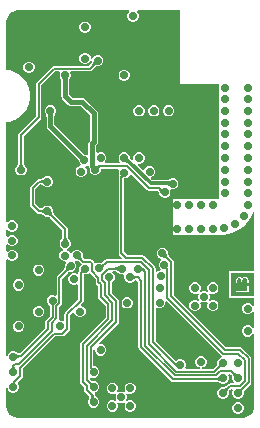
<source format=gbr>
%TF.GenerationSoftware,Altium Limited,Altium Designer,22.11.1 (43)*%
G04 Layer_Physical_Order=3*
G04 Layer_Color=6736896*
%FSLAX45Y45*%
%MOMM*%
%TF.SameCoordinates,9689AE11-03B8-4921-899C-892E986EC91F*%
%TF.FilePolarity,Positive*%
%TF.FileFunction,Copper,L3,Inr,Signal*%
%TF.Part,Single*%
G01*
G75*
%TA.AperFunction,Conductor*%
%ADD10C,0.20000*%
%ADD40C,0.30000*%
%ADD41C,0.40000*%
%TA.AperFunction,ViaPad*%
%ADD44C,0.70000*%
G36*
X799650Y3015002D02*
X795684Y3014932D01*
X791907Y3014641D01*
X788319Y3014129D01*
X784921Y3013397D01*
X781712Y3012444D01*
X778692Y3011269D01*
X775861Y3009874D01*
X773220Y3008258D01*
X770768Y3006420D01*
X768505Y3004363D01*
X754362Y3018505D01*
X756420Y3020768D01*
X758258Y3023220D01*
X759874Y3025861D01*
X761269Y3028692D01*
X762443Y3031712D01*
X763397Y3034921D01*
X764129Y3038320D01*
X764641Y3041907D01*
X764932Y3045684D01*
X765002Y3049650D01*
X799650Y3015002D01*
D02*
G37*
G36*
X548645Y2898964D02*
X547880Y2897604D01*
X547205Y2895927D01*
X546620Y2893931D01*
X546125Y2891618D01*
X545720Y2888986D01*
X545180Y2882768D01*
X545000Y2875277D01*
X505000D01*
X504955Y2879181D01*
X504280Y2888986D01*
X503875Y2891618D01*
X503380Y2893931D01*
X502795Y2895927D01*
X502120Y2897604D01*
X501355Y2898964D01*
X500500Y2900005D01*
X549500D01*
X548645Y2898964D01*
D02*
G37*
G36*
X423645Y2598964D02*
X422880Y2597604D01*
X422205Y2595927D01*
X421620Y2593931D01*
X421125Y2591618D01*
X420720Y2588986D01*
X420180Y2582768D01*
X420000Y2575277D01*
X380000D01*
X379955Y2579182D01*
X379280Y2588986D01*
X378875Y2591618D01*
X378380Y2593931D01*
X377795Y2595927D01*
X377120Y2597604D01*
X376355Y2598964D01*
X375500Y2600005D01*
X424500D01*
X423645Y2598964D01*
D02*
G37*
G36*
X669466Y2252662D02*
X676875Y2246207D01*
X679023Y2244633D01*
X681009Y2243346D01*
X682834Y2242349D01*
X684497Y2241640D01*
X685999Y2241220D01*
X687340Y2241088D01*
X652692Y2206440D01*
X652560Y2207781D01*
X652140Y2209283D01*
X651431Y2210946D01*
X650434Y2212771D01*
X649148Y2214757D01*
X647573Y2216905D01*
X643558Y2221683D01*
X638389Y2227107D01*
X666673Y2255391D01*
X669466Y2252662D01*
D02*
G37*
G36*
X1073180Y2206007D02*
X1051967Y2184794D01*
X1041800Y2194295D01*
X1059453Y2218837D01*
X1073180Y2206007D01*
D02*
G37*
G36*
X822344Y2150629D02*
X820317Y2148542D01*
X816973Y2144712D01*
X815656Y2142971D01*
X814576Y2141344D01*
X813732Y2139833D01*
X813125Y2138436D01*
X812754Y2137155D01*
X812620Y2135990D01*
X812722Y2134939D01*
X794607Y2158445D01*
X795606Y2158063D01*
X796685Y2157906D01*
X797844Y2157975D01*
X799083Y2158270D01*
X800403Y2158790D01*
X801802Y2159535D01*
X803282Y2160506D01*
X804842Y2161702D01*
X806482Y2163124D01*
X808202Y2164771D01*
X822344Y2150629D01*
D02*
G37*
G36*
X160145Y2176486D02*
X160580Y2173453D01*
X161305Y2170442D01*
X162320Y2167454D01*
X163625Y2164488D01*
X165220Y2161545D01*
X167105Y2158624D01*
X169280Y2155725D01*
X171745Y2152849D01*
X174500Y2149995D01*
X125500D01*
X128255Y2152849D01*
X130720Y2155725D01*
X132895Y2158624D01*
X134780Y2161545D01*
X136375Y2164488D01*
X137680Y2167454D01*
X138695Y2170442D01*
X139420Y2173453D01*
X139855Y2176486D01*
X140000Y2179541D01*
X160000D01*
X160145Y2176486D01*
D02*
G37*
G36*
X1017379Y2065840D02*
X1017176Y2065766D01*
X1016788Y2065494D01*
X1016217Y2065026D01*
X1013401Y2062434D01*
X1007071Y2056213D01*
X992929Y2070355D01*
X994083Y2071528D01*
X997300Y2075207D01*
X997754Y2075873D01*
X998069Y2076437D01*
X998243Y2076900D01*
X998278Y2077261D01*
X998173Y2077521D01*
X1017379Y2065840D01*
D02*
G37*
G36*
X350005Y2000500D02*
X347151Y2003255D01*
X344275Y2005720D01*
X341377Y2007895D01*
X338456Y2009780D01*
X335512Y2011375D01*
X332546Y2012680D01*
X329558Y2013695D01*
X326547Y2014420D01*
X323514Y2014855D01*
X320459Y2015000D01*
Y2035000D01*
X323514Y2035145D01*
X326547Y2035580D01*
X329558Y2036305D01*
X332546Y2037320D01*
X335512Y2038625D01*
X338456Y2040220D01*
X341377Y2042105D01*
X344275Y2044280D01*
X347151Y2046745D01*
X350005Y2049500D01*
Y2000500D01*
D02*
G37*
G36*
X1408205Y1985507D02*
X1406429Y1987470D01*
X1404453Y1989227D01*
X1402275Y1990777D01*
X1399897Y1992120D01*
X1397318Y1993256D01*
X1394538Y1994186D01*
X1391557Y1994910D01*
X1388375Y1995426D01*
X1384993Y1995736D01*
X1381409Y1995840D01*
X1384553Y2025839D01*
X1388121Y2025924D01*
X1394762Y2026600D01*
X1397835Y2027192D01*
X1400744Y2027952D01*
X1403487Y2028882D01*
X1406066Y2029980D01*
X1408480Y2031248D01*
X1410729Y2032685D01*
X1412813Y2034290D01*
X1408205Y1985507D01*
D02*
G37*
G36*
X1061949Y3474511D02*
X1067210Y3461811D01*
X1059562Y3454164D01*
X1052300Y3436632D01*
Y3417656D01*
X1059562Y3400124D01*
X1072980Y3386706D01*
X1090512Y3379444D01*
X1109488D01*
X1127020Y3386706D01*
X1140438Y3400124D01*
X1147700Y3417656D01*
Y3436632D01*
X1140438Y3454164D01*
X1132790Y3461811D01*
X1138051Y3474511D01*
X1500000D01*
Y2850000D01*
X1812316D01*
X1825000Y2849962D01*
Y1875000D01*
X1575038D01*
X1575000Y1874962D01*
X1435038D01*
Y1574924D01*
X1848037D01*
X1866196Y1574923D01*
X1902201Y1579662D01*
X1937281Y1589061D01*
X1970833Y1602958D01*
X2002284Y1621116D01*
X2031096Y1643224D01*
X2056775Y1668903D01*
X2078883Y1697715D01*
X2097041Y1729166D01*
X2110938Y1762718D01*
X2111812Y1765979D01*
X2124512Y1764307D01*
Y1267700D01*
X1912301D01*
Y1042300D01*
X2124512D01*
Y976230D01*
X2111812Y973704D01*
X2110438Y977020D01*
X2097020Y990438D01*
X2079488Y997700D01*
X2060512D01*
X2042980Y990438D01*
X2029562Y977020D01*
X2022300Y959488D01*
Y940512D01*
X2029562Y922980D01*
X2042980Y909562D01*
X2060512Y902300D01*
X2079488D01*
X2097020Y909562D01*
X2110438Y922980D01*
X2111812Y926296D01*
X2124512Y923770D01*
Y786230D01*
X2111812Y783704D01*
X2110438Y787020D01*
X2097020Y800438D01*
X2079488Y807700D01*
X2060512D01*
X2042980Y800438D01*
X2029562Y787020D01*
X2022300Y769488D01*
Y750512D01*
X2029562Y732980D01*
X2042980Y719562D01*
X2060512Y712300D01*
X2079488D01*
X2097020Y719562D01*
X2110438Y732980D01*
X2111812Y736296D01*
X2124512Y733770D01*
Y125000D01*
Y115200D01*
X2120687Y95973D01*
X2113186Y77864D01*
X2102295Y61564D01*
X2088435Y47704D01*
X2072136Y36814D01*
X2054027Y29313D01*
X2034801Y25488D01*
X2025000D01*
X125000Y25488D01*
X115199D01*
X95973Y29312D01*
X77863Y36814D01*
X61564Y47705D01*
X47704Y61565D01*
X36814Y77863D01*
X29312Y95974D01*
X25488Y115199D01*
X25488Y124999D01*
Y274867D01*
X37300Y277012D01*
X44562Y259480D01*
X57980Y246062D01*
X75512Y238800D01*
X94488D01*
X112020Y246062D01*
X125438Y259480D01*
X132700Y277012D01*
Y295988D01*
X125438Y313520D01*
X124793Y314165D01*
X124788Y332056D01*
X159066Y366334D01*
X164083Y373843D01*
X165845Y382700D01*
Y439026D01*
X440830Y714011D01*
X498757D01*
X507614Y715773D01*
X515122Y720790D01*
X557409Y763077D01*
X562426Y770585D01*
X564188Y779443D01*
Y892344D01*
X590567Y918723D01*
X603183Y913379D01*
X609562Y897980D01*
X622980Y884562D01*
X640512Y877300D01*
X659488D01*
X677020Y884562D01*
X690438Y897980D01*
X697700Y915512D01*
Y934488D01*
X690438Y952020D01*
X677020Y965438D01*
X661621Y971816D01*
X656277Y984433D01*
X674065Y1002221D01*
X679082Y1009730D01*
X680844Y1018587D01*
Y1227247D01*
X680998Y1228229D01*
X685328Y1239706D01*
X685941Y1240001D01*
X701176D01*
X718708Y1247262D01*
X722260Y1250815D01*
X733234Y1249734D01*
X782108Y1200860D01*
Y1176608D01*
X783870Y1167751D01*
X788887Y1160243D01*
X804155Y1144974D01*
Y1048611D01*
X805917Y1039754D01*
X810934Y1032245D01*
X866855Y976324D01*
Y874858D01*
X658234Y666237D01*
X653217Y658728D01*
X651455Y649871D01*
Y325400D01*
X653217Y316543D01*
X658234Y309035D01*
X684155Y283114D01*
Y262600D01*
X685917Y253743D01*
X690934Y246234D01*
X731384Y205785D01*
X731039Y203872D01*
X729608Y198651D01*
X728797Y196392D01*
X724375Y186779D01*
X722555Y183469D01*
X722285Y181021D01*
X717300Y168988D01*
Y150012D01*
X724562Y132480D01*
X737980Y119062D01*
X755512Y111800D01*
X774488D01*
X792020Y119062D01*
X805438Y132480D01*
X812700Y150012D01*
Y168988D01*
X805438Y186520D01*
X792020Y199938D01*
X789587Y200945D01*
X788755Y202059D01*
X786142Y203611D01*
X784341Y204890D01*
X782902Y206126D01*
X781785Y207300D01*
X780939Y208412D01*
X780307Y209484D01*
X779838Y210559D01*
X779499Y211702D01*
X779280Y212992D01*
X779159Y215211D01*
X778575Y216431D01*
X778777Y217767D01*
X777605Y219358D01*
X776816Y223324D01*
X774858Y226253D01*
X774790Y228585D01*
X777980Y238787D01*
X779652Y240939D01*
X792020Y246062D01*
X805438Y259480D01*
X812700Y277012D01*
Y295988D01*
X805438Y313520D01*
X792020Y326938D01*
X774488Y334200D01*
X755512D01*
X751637Y332595D01*
X731875Y352357D01*
X732954Y364520D01*
X743671Y370705D01*
X755512Y365800D01*
X774488D01*
X792020Y373062D01*
X805438Y386480D01*
X812700Y404012D01*
Y422988D01*
X805438Y440520D01*
X792020Y453938D01*
X774488Y461200D01*
X763145D01*
Y603530D01*
X764600Y604321D01*
X777300Y596768D01*
Y590512D01*
X784562Y572980D01*
X797980Y559562D01*
X815512Y552300D01*
X834488D01*
X852020Y559562D01*
X865438Y572980D01*
X872700Y590512D01*
Y609488D01*
X865438Y627020D01*
X852020Y640438D01*
X834488Y647700D01*
X815610D01*
X815322Y647992D01*
X808486Y658536D01*
X971766Y821816D01*
X976783Y829325D01*
X978545Y838182D01*
Y1013000D01*
X976783Y1021857D01*
X971766Y1029365D01*
X918798Y1082333D01*
Y1172010D01*
X922673Y1173615D01*
X936091Y1187033D01*
X943353Y1204565D01*
Y1223541D01*
X936091Y1241073D01*
X923553Y1253610D01*
X923961Y1257763D01*
X927325Y1266310D01*
X946262D01*
X947507Y1265724D01*
X949910Y1265610D01*
X951657Y1265360D01*
X953429Y1264933D01*
X955258Y1264311D01*
X957160Y1263475D01*
X959144Y1262400D01*
X961213Y1261064D01*
X963368Y1259447D01*
X965595Y1257539D01*
X968157Y1255066D01*
X970590Y1254107D01*
X975680Y1249017D01*
X993212Y1241755D01*
X1012188D01*
X1017249Y1243851D01*
X1026969Y1234131D01*
X1023726Y1226302D01*
Y1207326D01*
X1030988Y1189794D01*
X1044407Y1176376D01*
X1061938Y1169114D01*
X1080915D01*
X1098446Y1176376D01*
X1103537Y1181467D01*
X1105969Y1182425D01*
X1108529Y1184896D01*
X1110757Y1186806D01*
X1112913Y1188423D01*
X1114982Y1189758D01*
X1116966Y1190834D01*
X1118868Y1191671D01*
X1120698Y1192292D01*
X1122469Y1192719D01*
X1124216Y1192969D01*
X1126619Y1193083D01*
X1127864Y1193669D01*
X1128624D01*
X1145230Y1177064D01*
Y622892D01*
X1146992Y614035D01*
X1152009Y606526D01*
X1423001Y335534D01*
X1430510Y330517D01*
X1439367Y328755D01*
X1811166D01*
X1812462Y328163D01*
X1814703Y328081D01*
X1816673Y327877D01*
X1818702Y327543D01*
X1824076Y326215D01*
X1826523Y325433D01*
X1836597Y321370D01*
X1840131Y319688D01*
X1842980Y319541D01*
X1852012Y315800D01*
X1870988D01*
X1888520Y323062D01*
X1901938Y336480D01*
X1909200Y354012D01*
Y372988D01*
X1904295Y384829D01*
X1910480Y395546D01*
X1922643Y396625D01*
X1932227Y387042D01*
X1932693Y385746D01*
X1934310Y383967D01*
X1935368Y382555D01*
X1936321Y380998D01*
X1937174Y379268D01*
X1937927Y377334D01*
X1938570Y375168D01*
X1939089Y372759D01*
X1939469Y370093D01*
X1939694Y367167D01*
X1939757Y363608D01*
X1940800Y361210D01*
Y354012D01*
X1948062Y336480D01*
X1954497Y330045D01*
X1949237Y317345D01*
X1919200D01*
X1910343Y315583D01*
X1902834Y310566D01*
X1885042Y292773D01*
X1883747Y292307D01*
X1881968Y290690D01*
X1880555Y289631D01*
X1878998Y288679D01*
X1877268Y287826D01*
X1875334Y287073D01*
X1873168Y286430D01*
X1870760Y285911D01*
X1868093Y285531D01*
X1865167Y285305D01*
X1861608Y285243D01*
X1859210Y284200D01*
X1852012D01*
X1834480Y276938D01*
X1821062Y263520D01*
X1813800Y245988D01*
Y227012D01*
X1821062Y209480D01*
X1834480Y196062D01*
X1852012Y188800D01*
X1870988D01*
X1888520Y196062D01*
X1901938Y209480D01*
X1909200Y227012D01*
Y234210D01*
X1910243Y236608D01*
X1910306Y240167D01*
X1910531Y243093D01*
X1910911Y245760D01*
X1911430Y248168D01*
X1912073Y250333D01*
X1912825Y252266D01*
X1913679Y253998D01*
X1914631Y255555D01*
X1915690Y256967D01*
X1917307Y258746D01*
X1917773Y260042D01*
X1927357Y269625D01*
X1939520Y268546D01*
X1945705Y257829D01*
X1940800Y245988D01*
Y227012D01*
X1948062Y209480D01*
X1961480Y196062D01*
X1979012Y188800D01*
X1997988D01*
X2015520Y196062D01*
X2028938Y209480D01*
X2036200Y227012D01*
Y245988D01*
X2034842Y249267D01*
X2095265Y309690D01*
X2100282Y317198D01*
X2102044Y326055D01*
Y527944D01*
X2100282Y536802D01*
X2095265Y544310D01*
X2020909Y618666D01*
X2013401Y623683D01*
X2004544Y625445D01*
X1885687D01*
X1446245Y1064886D01*
Y1343288D01*
X1444483Y1352146D01*
X1439466Y1359654D01*
X1404877Y1394243D01*
X1404411Y1395538D01*
X1402793Y1397317D01*
X1401735Y1398729D01*
X1400783Y1400287D01*
X1399930Y1402017D01*
X1399176Y1403954D01*
X1398534Y1406115D01*
X1398014Y1408527D01*
X1397634Y1411192D01*
X1397409Y1414115D01*
X1397347Y1417676D01*
X1396304Y1420074D01*
Y1427273D01*
X1389042Y1444805D01*
X1375624Y1458223D01*
X1358092Y1465485D01*
X1339116D01*
X1321584Y1458223D01*
X1308166Y1444805D01*
X1300904Y1427273D01*
Y1408297D01*
X1308166Y1390765D01*
X1321584Y1377347D01*
X1334759Y1371890D01*
X1336447Y1366182D01*
X1337065Y1358634D01*
X1336999Y1358262D01*
X1324962Y1346225D01*
X1317700Y1328694D01*
Y1309717D01*
X1324962Y1292186D01*
X1332045Y1285103D01*
X1326784Y1272403D01*
X1323212D01*
X1305680Y1265141D01*
X1302319Y1261780D01*
X1289619Y1267041D01*
Y1290970D01*
X1287858Y1299827D01*
X1282840Y1307335D01*
X1193810Y1396366D01*
X1186302Y1401383D01*
X1177445Y1403145D01*
X1052454D01*
X1023145Y1432454D01*
Y2052300D01*
X1034488D01*
X1052020Y2059562D01*
X1065438Y2072980D01*
X1070561Y2085347D01*
X1084433Y2089435D01*
X1217095Y1956774D01*
X1224604Y1951757D01*
X1233461Y1949995D01*
X1306152D01*
X1308435Y1947712D01*
X1308923Y1946387D01*
X1310485Y1944697D01*
X1311697Y1943172D01*
X1312922Y1941394D01*
X1314055Y1939509D01*
X1316618Y1934300D01*
X1317658Y1931734D01*
X1319917Y1924972D01*
X1320946Y1921224D01*
X1322318Y1919459D01*
X1327662Y1906558D01*
X1341080Y1893139D01*
X1358612Y1885878D01*
X1377588D01*
X1395120Y1893139D01*
X1408538Y1906558D01*
X1415800Y1924089D01*
Y1943066D01*
X1412189Y1951783D01*
X1421910Y1961503D01*
X1425905Y1959848D01*
X1444881D01*
X1462413Y1967110D01*
X1475831Y1980528D01*
X1483093Y1998060D01*
Y2017036D01*
X1475831Y2034568D01*
X1462413Y2047986D01*
X1444881Y2055248D01*
X1425905D01*
X1408373Y2047986D01*
X1405990Y2045603D01*
X1404423Y2045180D01*
X1402817Y2043942D01*
X1401572Y2043147D01*
X1400167Y2042409D01*
X1398580Y2041733D01*
X1396794Y2041128D01*
X1394793Y2040605D01*
X1392765Y2040214D01*
X1387261Y2039654D01*
X1384227Y2039582D01*
X1383097Y2039082D01*
X1260775D01*
X1249997Y2049860D01*
X1254044Y2063773D01*
X1266313Y2068855D01*
X1279732Y2082274D01*
X1286994Y2099805D01*
Y2118782D01*
X1279732Y2136313D01*
X1266313Y2149732D01*
X1248782Y2156993D01*
X1229806D01*
X1212274Y2149732D01*
X1198856Y2136313D01*
X1193774Y2124045D01*
X1179860Y2119997D01*
X1133328Y2166529D01*
X1140500Y2177282D01*
X1140518Y2177300D01*
X1159488D01*
X1177020Y2184562D01*
X1190438Y2197980D01*
X1197700Y2215512D01*
Y2234488D01*
X1190438Y2252020D01*
X1177020Y2265438D01*
X1159488Y2272700D01*
X1140512D01*
X1122980Y2265438D01*
X1109562Y2252020D01*
X1102300Y2234488D01*
Y2215518D01*
X1102282Y2215500D01*
X1091529Y2208328D01*
X1084487Y2215371D01*
X1080301Y2218168D01*
X1072700Y2225272D01*
Y2234488D01*
X1065438Y2252020D01*
X1052020Y2265438D01*
X1034488Y2272700D01*
X1015512D01*
X997980Y2265438D01*
X984562Y2252020D01*
X977300Y2234488D01*
Y2215512D01*
X984562Y2197980D01*
X988997Y2193545D01*
X983737Y2180845D01*
X866263D01*
X861003Y2193545D01*
X865438Y2197980D01*
X872700Y2215512D01*
Y2234488D01*
X865438Y2252020D01*
X852020Y2265438D01*
X834488Y2272700D01*
X815512D01*
X801431Y2266868D01*
X788731Y2272783D01*
Y2335870D01*
X791275Y2338413D01*
X798502Y2349230D01*
X801040Y2361989D01*
Y2603043D01*
X798502Y2615802D01*
X791275Y2626618D01*
X694318Y2723575D01*
X683501Y2730803D01*
X670742Y2733340D01*
X588810D01*
X558341Y2763810D01*
Y2874039D01*
X558742Y2874946D01*
X558912Y2882006D01*
X559376Y2887343D01*
X559651Y2889134D01*
X559955Y2890554D01*
X560208Y2891417D01*
X560298Y2891642D01*
X560625Y2892222D01*
X560754Y2893296D01*
X565438Y2897980D01*
X572700Y2915512D01*
Y2934488D01*
X567577Y2946855D01*
X574496Y2959555D01*
X732700D01*
X741557Y2961317D01*
X749066Y2966334D01*
X776458Y2993727D01*
X777753Y2994193D01*
X779532Y2995810D01*
X780945Y2996869D01*
X782502Y2997821D01*
X784232Y2998674D01*
X786166Y2999427D01*
X788331Y3000070D01*
X790740Y3000589D01*
X793407Y3000969D01*
X796333Y3001194D01*
X799892Y3001257D01*
X802289Y3002300D01*
X809488D01*
X827020Y3009562D01*
X840438Y3022980D01*
X847700Y3040512D01*
Y3059488D01*
X840438Y3077020D01*
X827020Y3090438D01*
X809488Y3097700D01*
X790512D01*
X772980Y3090438D01*
X759562Y3077020D01*
X752686Y3060420D01*
X749813Y3059787D01*
X740970Y3060846D01*
X740200Y3070387D01*
Y3076988D01*
X732938Y3094520D01*
X719520Y3107938D01*
X701988Y3115200D01*
X683012D01*
X665481Y3107938D01*
X652062Y3094520D01*
X644800Y3076988D01*
Y3058012D01*
X652062Y3040480D01*
X665481Y3027062D01*
X683012Y3019800D01*
X701988D01*
X719520Y3027062D01*
X732938Y3040480D01*
X735356Y3046317D01*
X750750Y3050295D01*
X751257Y3049892D01*
X751194Y3046333D01*
X750969Y3043407D01*
X750589Y3040740D01*
X750070Y3038332D01*
X749426Y3036167D01*
X748675Y3034234D01*
X747821Y3032502D01*
X746868Y3030945D01*
X745810Y3029532D01*
X744193Y3027753D01*
X743727Y3026458D01*
X723113Y3005845D01*
X432700D01*
X423843Y3004083D01*
X416334Y2999066D01*
X283634Y2866366D01*
X278617Y2858857D01*
X276855Y2850000D01*
Y2577986D01*
X133634Y2434766D01*
X128617Y2427257D01*
X126855Y2418400D01*
Y2181438D01*
X126269Y2180193D01*
X126155Y2177790D01*
X125904Y2176043D01*
X125478Y2174271D01*
X124856Y2172442D01*
X124020Y2170540D01*
X122945Y2168556D01*
X121609Y2166487D01*
X119992Y2164332D01*
X118083Y2162105D01*
X115610Y2159543D01*
X114652Y2157110D01*
X109562Y2152020D01*
X102300Y2134488D01*
Y2115512D01*
X109562Y2097980D01*
X122980Y2084562D01*
X140512Y2077300D01*
X159488D01*
X177020Y2084562D01*
X190438Y2097980D01*
X197700Y2115512D01*
Y2134488D01*
X190438Y2152020D01*
X185348Y2157110D01*
X184390Y2159543D01*
X181918Y2162103D01*
X180009Y2164331D01*
X178391Y2166487D01*
X177056Y2168555D01*
X175981Y2170540D01*
X175143Y2172442D01*
X174522Y2174271D01*
X174095Y2176043D01*
X173845Y2177790D01*
X173731Y2180193D01*
X173145Y2181438D01*
Y2408813D01*
X316366Y2552034D01*
X321383Y2559543D01*
X323145Y2568400D01*
Y2840413D01*
X442287Y2959555D01*
X475504D01*
X482423Y2946855D01*
X477300Y2934488D01*
Y2915512D01*
X484562Y2897980D01*
X489246Y2893296D01*
X489375Y2892222D01*
X489702Y2891642D01*
X489792Y2891417D01*
X490045Y2890555D01*
X490349Y2889134D01*
X490606Y2887465D01*
X491214Y2878628D01*
X491255Y2875119D01*
X491659Y2874172D01*
Y2750000D01*
X494197Y2737241D01*
X501425Y2726425D01*
X551425Y2676425D01*
X562241Y2669197D01*
X575000Y2666659D01*
X656932D01*
X734359Y2589233D01*
Y2375799D01*
X731815Y2373255D01*
X724588Y2362439D01*
X722050Y2349680D01*
Y2255782D01*
X709350Y2248748D01*
X697178Y2253790D01*
X690555D01*
X689704Y2254458D01*
X689062Y2254637D01*
X688838Y2254733D01*
X688052Y2255163D01*
X686828Y2255955D01*
X685469Y2256952D01*
X678790Y2262770D01*
X676281Y2265223D01*
X675325Y2265606D01*
X433341Y2507590D01*
Y2574039D01*
X433742Y2574947D01*
X433912Y2582006D01*
X434376Y2587343D01*
X434651Y2589135D01*
X434955Y2590554D01*
X435208Y2591417D01*
X435298Y2591642D01*
X435625Y2592222D01*
X435754Y2593297D01*
X440438Y2597980D01*
X447700Y2615512D01*
Y2634488D01*
X440438Y2652020D01*
X427020Y2665438D01*
X409488Y2672700D01*
X390512D01*
X372980Y2665438D01*
X359562Y2652020D01*
X352300Y2634488D01*
Y2615512D01*
X359562Y2597980D01*
X364246Y2593297D01*
X364375Y2592222D01*
X364702Y2591642D01*
X364792Y2591417D01*
X365045Y2590555D01*
X365349Y2589134D01*
X365606Y2587465D01*
X366214Y2578629D01*
X366255Y2575119D01*
X366659Y2574172D01*
Y2493780D01*
X369197Y2481021D01*
X376425Y2470205D01*
X628080Y2218550D01*
X628438Y2217623D01*
X633311Y2212510D01*
X636757Y2208409D01*
X637825Y2206951D01*
X638617Y2205728D01*
X639048Y2204941D01*
X639143Y2204718D01*
X639322Y2204076D01*
X639990Y2203225D01*
Y2196602D01*
X647252Y2179070D01*
X655922Y2170400D01*
X650662Y2157700D01*
X650512D01*
X632980Y2150438D01*
X619562Y2137020D01*
X612300Y2119488D01*
Y2100512D01*
X619562Y2082980D01*
X632980Y2069562D01*
X650512Y2062300D01*
X669488D01*
X687020Y2069562D01*
X700438Y2082980D01*
X707700Y2100512D01*
Y2119488D01*
X700438Y2137020D01*
X691768Y2145690D01*
X697029Y2158390D01*
X697178D01*
X709350Y2163432D01*
X716354Y2160782D01*
X721621Y2157296D01*
X722534Y2156193D01*
X724588Y2145868D01*
X730857Y2136486D01*
Y2117854D01*
X738119Y2100322D01*
X751537Y2086904D01*
X769069Y2079642D01*
X788045D01*
X805576Y2086904D01*
X818995Y2100322D01*
X826257Y2117854D01*
Y2133002D01*
X826355Y2133173D01*
X838365Y2134556D01*
X975504D01*
X982423Y2121855D01*
X977300Y2109488D01*
Y2090512D01*
X982401Y2078197D01*
X981999Y2077203D01*
X978617Y2072141D01*
X976855Y2063284D01*
Y1422867D01*
X978617Y1414010D01*
X983634Y1406502D01*
X1007958Y1382178D01*
X1003098Y1370445D01*
X878130D01*
X869273Y1368683D01*
X861764Y1363666D01*
X840101Y1342003D01*
X840061Y1341999D01*
X839902Y1341803D01*
X838658Y1340560D01*
X837377Y1340104D01*
X835550Y1338454D01*
X834288Y1337541D01*
X833068Y1336856D01*
X831840Y1336348D01*
X830543Y1335987D01*
X829112Y1335765D01*
X827484Y1335698D01*
X825617Y1335818D01*
X823482Y1336163D01*
X820564Y1336899D01*
X819203Y1336699D01*
X816788Y1337700D01*
X797812D01*
X785444Y1332577D01*
X783152Y1332777D01*
X773252Y1337787D01*
X771581Y1339535D01*
X770983Y1342542D01*
X765966Y1350051D01*
X754250Y1361766D01*
X746741Y1366784D01*
X737884Y1368545D01*
X689186D01*
X681273Y1376459D01*
X680807Y1377753D01*
X679190Y1379532D01*
X678131Y1380945D01*
X677179Y1382502D01*
X676326Y1384232D01*
X675573Y1386166D01*
X674930Y1388331D01*
X674411Y1390740D01*
X674031Y1393407D01*
X673806Y1396333D01*
X673743Y1399892D01*
X672700Y1402290D01*
Y1409488D01*
X665438Y1427020D01*
X652020Y1440438D01*
X634488Y1447700D01*
X615512D01*
X597980Y1440438D01*
X584562Y1427020D01*
X581270Y1419073D01*
X567524D01*
X564681Y1425937D01*
X551263Y1439355D01*
X543843Y1442429D01*
Y1456175D01*
X552020Y1459562D01*
X565438Y1472980D01*
X572700Y1490512D01*
Y1509488D01*
X565438Y1527020D01*
X560348Y1532110D01*
X559390Y1534543D01*
X556918Y1537103D01*
X555009Y1539331D01*
X553391Y1541487D01*
X552056Y1543555D01*
X550981Y1545540D01*
X550143Y1547442D01*
X549522Y1549271D01*
X549095Y1551043D01*
X548845Y1552790D01*
X548731Y1555193D01*
X548145Y1556438D01*
Y1625000D01*
X546383Y1633857D01*
X541366Y1641366D01*
X431273Y1751458D01*
X430807Y1752753D01*
X429190Y1754532D01*
X428131Y1755945D01*
X427179Y1757502D01*
X426326Y1759232D01*
X425573Y1761166D01*
X424930Y1763331D01*
X424411Y1765740D01*
X424031Y1768407D01*
X423806Y1771333D01*
X423743Y1774892D01*
X422700Y1777290D01*
Y1784488D01*
X415438Y1802020D01*
X402020Y1815438D01*
X384488Y1822700D01*
X365512D01*
X347980Y1815438D01*
X342890Y1810348D01*
X340457Y1809390D01*
X337897Y1806918D01*
X335669Y1805009D01*
X333513Y1803391D01*
X331445Y1802056D01*
X329460Y1800981D01*
X327558Y1800143D01*
X325729Y1799522D01*
X323957Y1799095D01*
X322210Y1798845D01*
X319807Y1798731D01*
X318562Y1798145D01*
X309587D01*
X273145Y1834587D01*
Y1965413D01*
X309587Y2001855D01*
X318562D01*
X319807Y2001269D01*
X322210Y2001155D01*
X323957Y2000905D01*
X325729Y2000478D01*
X327558Y1999856D01*
X329460Y1999020D01*
X331444Y1997945D01*
X333513Y1996609D01*
X335668Y1994992D01*
X337895Y1993083D01*
X340457Y1990610D01*
X342890Y1989652D01*
X347980Y1984562D01*
X365512Y1977300D01*
X384488D01*
X402020Y1984562D01*
X415438Y1997980D01*
X422700Y2015512D01*
Y2034488D01*
X415438Y2052020D01*
X402020Y2065438D01*
X384488Y2072700D01*
X365512D01*
X347980Y2065438D01*
X342890Y2060348D01*
X340457Y2059390D01*
X337897Y2056918D01*
X335669Y2055009D01*
X333513Y2053391D01*
X331445Y2052056D01*
X329460Y2050981D01*
X327558Y2050143D01*
X325729Y2049522D01*
X323957Y2049095D01*
X322210Y2048845D01*
X319807Y2048731D01*
X318562Y2048145D01*
X300000D01*
X291143Y2046383D01*
X283634Y2041366D01*
X233634Y1991366D01*
X228617Y1983857D01*
X226855Y1975000D01*
Y1825000D01*
X228617Y1816143D01*
X233634Y1808634D01*
X283634Y1758634D01*
X291143Y1753617D01*
X300000Y1751855D01*
X318562D01*
X319807Y1751269D01*
X322210Y1751155D01*
X323957Y1750905D01*
X325729Y1750478D01*
X327558Y1749856D01*
X329460Y1749020D01*
X331444Y1747945D01*
X333513Y1746609D01*
X335668Y1744992D01*
X337895Y1743083D01*
X340457Y1740610D01*
X342890Y1739652D01*
X347980Y1734562D01*
X365512Y1727300D01*
X372710D01*
X375108Y1726257D01*
X378667Y1726194D01*
X381593Y1725969D01*
X384260Y1725589D01*
X386668Y1725070D01*
X388833Y1724427D01*
X390766Y1723675D01*
X392498Y1722821D01*
X394055Y1721869D01*
X395468Y1720810D01*
X397247Y1719193D01*
X398542Y1718727D01*
X501855Y1615413D01*
Y1556438D01*
X501269Y1555193D01*
X501155Y1552790D01*
X500905Y1551043D01*
X500478Y1549271D01*
X499856Y1547442D01*
X499020Y1545540D01*
X497945Y1543556D01*
X496609Y1541487D01*
X494992Y1539332D01*
X493083Y1537105D01*
X490610Y1534543D01*
X489652Y1532110D01*
X484562Y1527020D01*
X477300Y1509488D01*
Y1490512D01*
X484562Y1472980D01*
X497980Y1459562D01*
X505400Y1456489D01*
Y1442742D01*
X497223Y1439355D01*
X483805Y1425937D01*
X476543Y1408405D01*
Y1389429D01*
X483805Y1371897D01*
X497223Y1358479D01*
X514755Y1351217D01*
X525799D01*
X531059Y1338517D01*
X529562Y1337020D01*
X522300Y1319488D01*
Y1310773D01*
X521290Y1308223D01*
X521344Y1304729D01*
X521211Y1301887D01*
X520911Y1299306D01*
X520463Y1296978D01*
X519884Y1294890D01*
X519186Y1293022D01*
X518380Y1291346D01*
X517464Y1289827D01*
X516428Y1288437D01*
X514804Y1286648D01*
X514340Y1285356D01*
X458634Y1229650D01*
X453617Y1222141D01*
X451855Y1213284D01*
Y1067447D01*
X439155Y1060338D01*
X427114Y1065326D01*
X408137D01*
X390606Y1058064D01*
X377187Y1044645D01*
X369926Y1027114D01*
Y1008137D01*
X377187Y990606D01*
X390606Y977188D01*
X394481Y975583D01*
Y889647D01*
X361335Y856500D01*
X356317Y848992D01*
X354556Y840135D01*
Y785686D01*
X140413Y571544D01*
X137912D01*
X136636Y572134D01*
X134316Y572229D01*
X132400Y572456D01*
X130315Y572857D01*
X128249Y573399D01*
X122877Y575332D01*
X120440Y576430D01*
X114259Y579735D01*
X111004Y581730D01*
X109555Y581959D01*
X94488Y588200D01*
X75512D01*
X57980Y580938D01*
X44562Y567520D01*
X37300Y549989D01*
X25488Y552134D01*
Y1364225D01*
X38188Y1369354D01*
X47980Y1359562D01*
X65512Y1352300D01*
X84488D01*
X102020Y1359562D01*
X115438Y1372980D01*
X122700Y1390512D01*
Y1409488D01*
X115438Y1427019D01*
X102020Y1440438D01*
X84488Y1447700D01*
X65512D01*
X47980Y1440438D01*
X38188Y1430646D01*
X25488Y1435774D01*
Y1489225D01*
X38188Y1494354D01*
X47980Y1484562D01*
X65512Y1477300D01*
X84488D01*
X102020Y1484562D01*
X115438Y1497980D01*
X122700Y1515512D01*
Y1534488D01*
X115438Y1552020D01*
X102020Y1565438D01*
X84488Y1572700D01*
X65512D01*
X47980Y1565438D01*
X38188Y1555646D01*
X25488Y1560775D01*
Y1614225D01*
X38188Y1619354D01*
X47980Y1609562D01*
X65512Y1602300D01*
X84488D01*
X102020Y1609562D01*
X115438Y1622980D01*
X122700Y1640512D01*
Y1659488D01*
X115438Y1677020D01*
X102020Y1690438D01*
X84488Y1697700D01*
X65512D01*
X47980Y1690438D01*
X38188Y1680646D01*
X25488Y1685775D01*
Y2526146D01*
X63029Y2533613D01*
X65349Y2534574D01*
X67811Y2535064D01*
X104033Y2550067D01*
X106120Y2551462D01*
X108440Y2552423D01*
X141039Y2574205D01*
X142814Y2575980D01*
X144902Y2577375D01*
X172625Y2605098D01*
X174019Y2607185D01*
X175795Y2608960D01*
X197577Y2641560D01*
X198538Y2643879D01*
X199933Y2645967D01*
X214936Y2682189D01*
X215426Y2684651D01*
X216387Y2686970D01*
X224036Y2725424D01*
Y2727935D01*
X224525Y2730397D01*
Y2769603D01*
X224036Y2772065D01*
Y2774576D01*
X216387Y2813029D01*
X215426Y2815349D01*
X214936Y2817811D01*
X199933Y2854033D01*
X198538Y2856121D01*
X197577Y2858440D01*
X175795Y2891039D01*
X174020Y2892814D01*
X172625Y2894902D01*
X144902Y2922625D01*
X142815Y2924019D01*
X141039Y2925795D01*
X108440Y2947577D01*
X106121Y2948538D01*
X104033Y2949933D01*
X67811Y2964936D01*
X65349Y2965426D01*
X63029Y2966387D01*
X25488Y2973854D01*
Y3384801D01*
X29313Y3404027D01*
X36813Y3422136D01*
X47705Y3438436D01*
X61565Y3452296D01*
X77863Y3463186D01*
X95973Y3470687D01*
X115200Y3474512D01*
X125000D01*
X1061949Y3474511D01*
D02*
G37*
G36*
X1331556Y1971693D02*
X1334059Y1969880D01*
X1336691Y1968398D01*
X1339451Y1967247D01*
X1342339Y1966427D01*
X1345356Y1965939D01*
X1348502Y1965781D01*
X1351777Y1965954D01*
X1355180Y1966459D01*
X1358712Y1967295D01*
X1334202Y1924865D01*
X1333074Y1928970D01*
X1330559Y1936499D01*
X1329171Y1939924D01*
X1326134Y1946095D01*
X1324486Y1948840D01*
X1322750Y1951359D01*
X1320928Y1953651D01*
X1319018Y1955717D01*
X1329182Y1973838D01*
X1331556Y1971693D01*
D02*
G37*
G36*
X350005Y1750500D02*
X347151Y1753255D01*
X344275Y1755720D01*
X341377Y1757895D01*
X338456Y1759780D01*
X335512Y1761375D01*
X332546Y1762680D01*
X329558Y1763695D01*
X326547Y1764420D01*
X323514Y1764855D01*
X320459Y1765000D01*
Y1785000D01*
X323514Y1785145D01*
X326547Y1785580D01*
X329558Y1786305D01*
X332546Y1787320D01*
X335512Y1788625D01*
X338456Y1790220D01*
X341377Y1792105D01*
X344275Y1794280D01*
X347151Y1796745D01*
X350005Y1799500D01*
Y1750500D01*
D02*
G37*
G36*
X410068Y1770684D02*
X410359Y1766907D01*
X410871Y1763320D01*
X411603Y1759921D01*
X412556Y1756712D01*
X413731Y1753692D01*
X415126Y1750861D01*
X416742Y1748220D01*
X418580Y1745768D01*
X420637Y1743505D01*
X406495Y1729363D01*
X404232Y1731420D01*
X401780Y1733258D01*
X399139Y1734874D01*
X396308Y1736269D01*
X393288Y1737444D01*
X390079Y1738397D01*
X386680Y1739129D01*
X383093Y1739641D01*
X379316Y1739932D01*
X375350Y1740002D01*
X409998Y1774650D01*
X410068Y1770684D01*
D02*
G37*
G36*
X535145Y1551486D02*
X535580Y1548453D01*
X536305Y1545442D01*
X537320Y1542454D01*
X538625Y1539488D01*
X540220Y1536545D01*
X542105Y1533624D01*
X544280Y1530725D01*
X546745Y1527849D01*
X549500Y1524995D01*
X500500D01*
X503255Y1527849D01*
X505720Y1530725D01*
X507895Y1533624D01*
X509780Y1536545D01*
X511375Y1539488D01*
X512680Y1542454D01*
X513695Y1545442D01*
X514420Y1548453D01*
X514855Y1551486D01*
X515000Y1554541D01*
X535000D01*
X535145Y1551486D01*
D02*
G37*
G36*
X1383672Y1413469D02*
X1383963Y1409692D01*
X1384474Y1406104D01*
X1385207Y1402706D01*
X1386160Y1399497D01*
X1387335Y1396477D01*
X1388730Y1393646D01*
X1390346Y1391005D01*
X1392183Y1388553D01*
X1394241Y1386290D01*
X1380099Y1372148D01*
X1377836Y1374206D01*
X1375384Y1376043D01*
X1372742Y1377659D01*
X1369911Y1379054D01*
X1366892Y1380228D01*
X1363683Y1381182D01*
X1360284Y1381914D01*
X1356697Y1382426D01*
X1352920Y1382717D01*
X1348954Y1382787D01*
X1383602Y1417435D01*
X1383672Y1413469D01*
D02*
G37*
G36*
X660068Y1395684D02*
X660359Y1391907D01*
X660871Y1388320D01*
X661603Y1384921D01*
X662556Y1381712D01*
X663731Y1378692D01*
X665126Y1375861D01*
X666742Y1373220D01*
X668580Y1370768D01*
X670637Y1368505D01*
X656495Y1354363D01*
X654232Y1356420D01*
X651780Y1358258D01*
X649139Y1359874D01*
X646308Y1361269D01*
X643288Y1362444D01*
X640079Y1363397D01*
X636680Y1364129D01*
X633093Y1364641D01*
X629316Y1364932D01*
X625350Y1365002D01*
X659998Y1399650D01*
X660068Y1395684D01*
D02*
G37*
G36*
X856505Y1311533D02*
X854608Y1309483D01*
X852790Y1307205D01*
X851049Y1304699D01*
X849387Y1301964D01*
X847804Y1299002D01*
X844872Y1292393D01*
X843523Y1288747D01*
X841061Y1280770D01*
X817203Y1323570D01*
X820702Y1322688D01*
X824076Y1322142D01*
X827325Y1321934D01*
X830450Y1322062D01*
X833451Y1322527D01*
X836328Y1323329D01*
X839080Y1324467D01*
X841707Y1325942D01*
X844211Y1327754D01*
X846590Y1329902D01*
X856505Y1311533D01*
D02*
G37*
G36*
X1392122Y1296467D02*
X1392157Y1296106D01*
X1392331Y1295643D01*
X1392646Y1295078D01*
X1393100Y1294412D01*
X1393695Y1293645D01*
X1395303Y1291806D01*
X1397471Y1289561D01*
X1383329Y1275419D01*
X1373021Y1285045D01*
X1392228Y1296727D01*
X1392122Y1296467D01*
D02*
G37*
G36*
X1174974Y1292417D02*
X1175254Y1292186D01*
X1175705Y1291982D01*
X1176326Y1291805D01*
X1177118Y1291656D01*
X1178081Y1291533D01*
X1180519Y1291370D01*
X1183640Y1291316D01*
Y1271316D01*
X1169544Y1270834D01*
X1174865Y1292675D01*
X1174974Y1292417D01*
D02*
G37*
G36*
X977705Y1264955D02*
X974851Y1267710D01*
X971975Y1270175D01*
X969077Y1272350D01*
X966156Y1274235D01*
X963212Y1275830D01*
X960246Y1277135D01*
X957258Y1278150D01*
X954247Y1278875D01*
X951214Y1279310D01*
X948159Y1279455D01*
Y1299455D01*
X951214Y1299600D01*
X954247Y1300035D01*
X957258Y1300760D01*
X960246Y1301775D01*
X963212Y1303080D01*
X966156Y1304675D01*
X969077Y1306560D01*
X971975Y1308735D01*
X974851Y1311200D01*
X977705Y1313955D01*
Y1264955D01*
D02*
G37*
G36*
X570863Y1275010D02*
X566861Y1274807D01*
X563054Y1274399D01*
X559443Y1273787D01*
X556027Y1272970D01*
X552806Y1271949D01*
X549781Y1270724D01*
X546951Y1269294D01*
X544317Y1267659D01*
X541879Y1265821D01*
X539635Y1263777D01*
X524981Y1277407D01*
X527053Y1279689D01*
X528888Y1282153D01*
X530486Y1284800D01*
X531846Y1287629D01*
X532970Y1290640D01*
X533857Y1293835D01*
X534507Y1297211D01*
X534920Y1300771D01*
X535096Y1304513D01*
X535035Y1308437D01*
X570863Y1275010D01*
D02*
G37*
G36*
X684571Y1253432D02*
X682840Y1253655D01*
X681054Y1253617D01*
X679213Y1253318D01*
X677316Y1252758D01*
X675364Y1251936D01*
X673356Y1250854D01*
X671293Y1249511D01*
X669174Y1247906D01*
X667000Y1246040D01*
X664770Y1243913D01*
X650628Y1258056D01*
X652594Y1260132D01*
X654296Y1262165D01*
X655735Y1264154D01*
X656909Y1266099D01*
X657819Y1268001D01*
X658465Y1269859D01*
X658848Y1271674D01*
X658966Y1273445D01*
X658820Y1275172D01*
X658411Y1276856D01*
X684571Y1253432D01*
D02*
G37*
G36*
X615512Y1352300D02*
X622710D01*
X625108Y1351257D01*
X628667Y1351194D01*
X631593Y1350969D01*
X634260Y1350589D01*
X636668Y1350070D01*
X638833Y1349427D01*
X640766Y1348675D01*
X642498Y1347821D01*
X644055Y1346869D01*
X645468Y1345810D01*
X647247Y1344193D01*
X648542Y1343727D01*
X663234Y1329035D01*
X663442Y1326913D01*
X651250Y1314720D01*
X643988Y1297189D01*
Y1278212D01*
X644767Y1276332D01*
X644685Y1276099D01*
X645256Y1274910D01*
X645054Y1273606D01*
X645120Y1273335D01*
X645088Y1273242D01*
X644797Y1272635D01*
X644260Y1271745D01*
X643443Y1270615D01*
X642324Y1269279D01*
X640647Y1267508D01*
X639586Y1264735D01*
X636316Y1259842D01*
X634554Y1250985D01*
Y1249497D01*
X621854Y1242578D01*
X609488Y1247700D01*
X590512D01*
X572980Y1240438D01*
X559562Y1227020D01*
X552300Y1209488D01*
Y1190512D01*
X559562Y1172980D01*
X572980Y1159562D01*
X590512Y1152300D01*
X609488D01*
X621854Y1157423D01*
X634554Y1150503D01*
Y1028173D01*
X524678Y918297D01*
X519660Y910788D01*
X517899Y901931D01*
Y846152D01*
X505199Y841192D01*
X489488Y847700D01*
X480329D01*
X477197Y851318D01*
X472254Y860400D01*
X473470Y866515D01*
Y959139D01*
X491691Y977359D01*
X496709Y984868D01*
X498470Y993725D01*
Y1041526D01*
X498145Y1043163D01*
Y1203697D01*
X547594Y1253147D01*
X548893Y1253615D01*
X550666Y1255230D01*
X552094Y1256307D01*
X553689Y1257297D01*
X555472Y1258198D01*
X557471Y1259007D01*
X559707Y1259716D01*
X562193Y1260311D01*
X564937Y1260776D01*
X567945Y1261098D01*
X571560Y1261282D01*
X573704Y1262300D01*
X579488D01*
X597020Y1269562D01*
X610438Y1282980D01*
X617700Y1300512D01*
Y1319488D01*
X610438Y1337020D01*
X604231Y1343226D01*
X611425Y1353993D01*
X615512Y1352300D01*
D02*
G37*
G36*
X1099275Y1238559D02*
X1102151Y1236094D01*
X1105050Y1233919D01*
X1107971Y1232034D01*
X1110914Y1230439D01*
X1113880Y1229134D01*
X1116868Y1228119D01*
X1119879Y1227394D01*
X1122912Y1226959D01*
X1125968Y1226814D01*
Y1206814D01*
X1122912Y1206669D01*
X1119879Y1206234D01*
X1116868Y1205509D01*
X1113880Y1204494D01*
X1110914Y1203189D01*
X1107971Y1201594D01*
X1105050Y1199709D01*
X1102151Y1197534D01*
X1099275Y1195069D01*
X1096421Y1192314D01*
Y1241314D01*
X1099275Y1238559D01*
D02*
G37*
G36*
X1846189Y553234D02*
X1850574Y550304D01*
X1850889Y547654D01*
X1849439Y537488D01*
X1849270Y537064D01*
X1834480Y530938D01*
X1821062Y517520D01*
X1813800Y499988D01*
Y485073D01*
X1813363Y484026D01*
X1813725Y483149D01*
X1813477Y482233D01*
X1813668Y480753D01*
X1813674Y480097D01*
X1813598Y479407D01*
X1813418Y478623D01*
X1813095Y477697D01*
X1812586Y476608D01*
X1811847Y475348D01*
X1810850Y473933D01*
X1809564Y472370D01*
X1807703Y470392D01*
X1807633Y470209D01*
X1777868Y440445D01*
X1686527D01*
X1684489Y452300D01*
X1702020Y459562D01*
X1715438Y472980D01*
X1722700Y490512D01*
Y509488D01*
X1715438Y527020D01*
X1702020Y540438D01*
X1684488Y547700D01*
X1665512D01*
X1647980Y540438D01*
X1634562Y527020D01*
X1627300Y509488D01*
Y490512D01*
X1634562Y472980D01*
X1647980Y459562D01*
X1665512Y452300D01*
X1663473Y440445D01*
X1549496D01*
X1542577Y453145D01*
X1547700Y465512D01*
Y484488D01*
X1540438Y502020D01*
X1527020Y515438D01*
X1509488Y522700D01*
X1490512D01*
X1472980Y515438D01*
X1462196Y504654D01*
X1461838Y504546D01*
X1451493Y511239D01*
X1289619Y673112D01*
Y951329D01*
X1302320Y957764D01*
X1315512Y952300D01*
X1334488D01*
X1352020Y959562D01*
X1365438Y972980D01*
X1372700Y990512D01*
Y1008763D01*
X1374692Y1010540D01*
X1383979Y1015445D01*
X1846189Y553234D01*
D02*
G37*
G36*
X107420Y567803D02*
X114369Y564088D01*
X117719Y562579D01*
X124170Y560257D01*
X127272Y559444D01*
X130290Y558864D01*
X133225Y558515D01*
X136077Y558399D01*
X140937Y538399D01*
X137757Y538238D01*
X134704Y537754D01*
X131779Y536948D01*
X128982Y535819D01*
X126312Y534368D01*
X123770Y532594D01*
X121356Y530498D01*
X119069Y528079D01*
X116911Y525337D01*
X114879Y522273D01*
X103821Y570009D01*
X107420Y567803D01*
D02*
G37*
G36*
X1467402Y462256D02*
X1466807Y463435D01*
X1465991Y464491D01*
X1464955Y465421D01*
X1463699Y466228D01*
X1462223Y466911D01*
X1460527Y467469D01*
X1458610Y467904D01*
X1456473Y468214D01*
X1454116Y468400D01*
X1451538Y468462D01*
Y488462D01*
X1454520Y488517D01*
X1459764Y488953D01*
X1462025Y489334D01*
X1464047Y489825D01*
X1465827Y490424D01*
X1467368Y491132D01*
X1468669Y491950D01*
X1469729Y492876D01*
X1470549Y493911D01*
X1467402Y462256D01*
D02*
G37*
G36*
X1854833Y456141D02*
X1852543Y456447D01*
X1850251Y456479D01*
X1847958Y456235D01*
X1845663Y455717D01*
X1843366Y454923D01*
X1841067Y453855D01*
X1838767Y452511D01*
X1836465Y450892D01*
X1834161Y448998D01*
X1831855Y446829D01*
X1817713Y460971D01*
X1819889Y463283D01*
X1821790Y465593D01*
X1823416Y467900D01*
X1824767Y470206D01*
X1825844Y472509D01*
X1826647Y474810D01*
X1827175Y477110D01*
X1827428Y479406D01*
X1827406Y481701D01*
X1827110Y483994D01*
X1854833Y456141D01*
D02*
G37*
G36*
X95307Y462044D02*
X95590Y459075D01*
X96064Y456303D01*
X96726Y453729D01*
X97577Y451354D01*
X98618Y449176D01*
X99848Y447197D01*
X101267Y445416D01*
X102876Y443832D01*
X104673Y442447D01*
X65679Y442684D01*
X67490Y444045D01*
X69111Y445605D01*
X70541Y447362D01*
X71780Y449318D01*
X72829Y451472D01*
X73687Y453824D01*
X74354Y456373D01*
X74831Y459122D01*
X75117Y462068D01*
X75212Y465212D01*
X95212D01*
X95307Y462044D01*
D02*
G37*
G36*
X757379Y447660D02*
X738172Y435979D01*
X738278Y436239D01*
X738243Y436600D01*
X738069Y437063D01*
X737754Y437627D01*
X737300Y438293D01*
X736705Y439061D01*
X735097Y440900D01*
X732929Y443145D01*
X747071Y457287D01*
X757379Y447660D01*
D02*
G37*
G36*
X1959268Y407079D02*
X1961720Y405242D01*
X1964361Y403626D01*
X1967192Y402231D01*
X1970212Y401056D01*
X1973421Y400103D01*
X1976820Y399371D01*
X1980407Y398859D01*
X1984184Y398568D01*
X1988150Y398498D01*
X1953502Y363850D01*
X1953432Y367816D01*
X1953141Y371593D01*
X1952629Y375180D01*
X1951897Y378579D01*
X1950944Y381788D01*
X1949769Y384808D01*
X1948374Y387639D01*
X1946758Y390280D01*
X1944920Y392732D01*
X1942863Y394995D01*
X1957005Y409137D01*
X1959268Y407079D01*
D02*
G37*
G36*
X1846037Y332101D02*
X1842125Y333963D01*
X1831193Y338372D01*
X1827818Y339450D01*
X1821472Y341018D01*
X1818500Y341508D01*
X1815663Y341802D01*
X1812960Y341900D01*
X1805536Y361900D01*
X1808762Y362064D01*
X1811811Y362557D01*
X1814681Y363379D01*
X1817374Y364529D01*
X1819889Y366008D01*
X1822226Y367815D01*
X1824385Y369951D01*
X1826367Y372416D01*
X1828171Y375209D01*
X1829798Y378331D01*
X1846037Y332101D01*
D02*
G37*
G36*
X101732Y328969D02*
X102425Y319190D01*
X102683Y318022D01*
X102980Y317115D01*
X103316Y316472D01*
X103693Y316090D01*
X78820Y320950D01*
X79370Y321151D01*
X79861Y321547D01*
X80295Y322137D01*
X80671Y322921D01*
X80989Y323900D01*
X81249Y325073D01*
X81451Y326441D01*
X81596Y328004D01*
X81712Y331712D01*
X101712D01*
X101732Y328969D01*
D02*
G37*
G36*
X1907137Y267995D02*
X1905080Y265732D01*
X1903242Y263280D01*
X1901626Y260639D01*
X1900231Y257808D01*
X1899056Y254788D01*
X1898103Y251579D01*
X1897371Y248180D01*
X1896859Y244593D01*
X1896568Y240816D01*
X1896498Y236850D01*
X1861850Y271498D01*
X1865816Y271568D01*
X1869593Y271859D01*
X1873180Y272371D01*
X1876579Y273103D01*
X1879788Y274056D01*
X1882808Y275231D01*
X1885639Y276626D01*
X1888280Y278242D01*
X1890732Y280079D01*
X1892995Y282137D01*
X1907137Y267995D01*
D02*
G37*
G36*
X765596Y211461D02*
X766085Y208585D01*
X766900Y205838D01*
X768041Y203221D01*
X769508Y200734D01*
X771302Y198376D01*
X773421Y196148D01*
X775866Y194049D01*
X778638Y192080D01*
X781735Y190240D01*
X734601Y176846D01*
X736659Y180590D01*
X741533Y191186D01*
X742725Y194506D01*
X744458Y200829D01*
X745000Y203832D01*
X745325Y206729D01*
X745433Y209520D01*
X765433Y214467D01*
X765596Y211461D01*
D02*
G37*
G36*
X2125001Y1055000D02*
X1925001D01*
Y1255000D01*
X2125001D01*
Y1055000D01*
D02*
G37*
%LPC*%
G36*
X701988Y3380200D02*
X683012D01*
X665481Y3372938D01*
X652062Y3359520D01*
X644800Y3341988D01*
Y3323012D01*
X652062Y3305480D01*
X665481Y3292062D01*
X683012Y3284800D01*
X701988D01*
X719520Y3292062D01*
X732938Y3305480D01*
X740200Y3323012D01*
Y3341988D01*
X732938Y3359520D01*
X719520Y3372938D01*
X701988Y3380200D01*
D02*
G37*
G36*
X226988Y3040200D02*
X208012D01*
X190480Y3032938D01*
X177062Y3019520D01*
X169800Y3001988D01*
Y2983012D01*
X177062Y2965480D01*
X190480Y2952062D01*
X208012Y2944800D01*
X226988D01*
X244520Y2952062D01*
X257938Y2965480D01*
X265200Y2983012D01*
Y3001988D01*
X257938Y3019520D01*
X244520Y3032938D01*
X226988Y3040200D01*
D02*
G37*
G36*
X1034488Y2972700D02*
X1015512D01*
X997980Y2965438D01*
X984562Y2952020D01*
X977300Y2934488D01*
Y2915512D01*
X984562Y2897980D01*
X997980Y2884562D01*
X1015512Y2877300D01*
X1034488D01*
X1052020Y2884562D01*
X1065438Y2897980D01*
X1072700Y2915512D01*
Y2934488D01*
X1065438Y2952020D01*
X1052020Y2965438D01*
X1034488Y2972700D01*
D02*
G37*
G36*
X1409488Y2672700D02*
X1390512D01*
X1372980Y2665438D01*
X1359562Y2652020D01*
X1352300Y2634489D01*
Y2615512D01*
X1359562Y2597981D01*
X1372980Y2584562D01*
X1390512Y2577300D01*
X1409488D01*
X1427020Y2584562D01*
X1440438Y2597981D01*
X1447700Y2615512D01*
Y2634489D01*
X1440438Y2652020D01*
X1427020Y2665438D01*
X1409488Y2672700D01*
D02*
G37*
G36*
X1284488Y2672700D02*
X1265512D01*
X1247980Y2665438D01*
X1234562Y2652020D01*
X1227300Y2634488D01*
Y2615512D01*
X1234562Y2597980D01*
X1247980Y2584562D01*
X1265512Y2577300D01*
X1284488D01*
X1302019Y2584562D01*
X1315438Y2597980D01*
X1322700Y2615512D01*
Y2634488D01*
X1315438Y2652020D01*
X1302019Y2665438D01*
X1284488Y2672700D01*
D02*
G37*
G36*
X1159488D02*
X1140512D01*
X1122980Y2665438D01*
X1109562Y2652020D01*
X1102300Y2634488D01*
Y2615512D01*
X1109562Y2597980D01*
X1122980Y2584562D01*
X1140512Y2577300D01*
X1159488D01*
X1177020Y2584562D01*
X1190438Y2597980D01*
X1197700Y2615512D01*
Y2634488D01*
X1190438Y2652020D01*
X1177020Y2665438D01*
X1159488Y2672700D01*
D02*
G37*
G36*
X309488Y1322700D02*
X290512D01*
X272980Y1315438D01*
X259562Y1302020D01*
X252300Y1284488D01*
Y1265512D01*
X259562Y1247980D01*
X272980Y1234562D01*
X290512Y1227300D01*
X309488D01*
X327020Y1234562D01*
X340438Y1247980D01*
X347700Y1265512D01*
Y1284488D01*
X340438Y1302020D01*
X327020Y1315438D01*
X309488Y1322700D01*
D02*
G37*
G36*
X139488Y1197700D02*
X120512D01*
X102980Y1190438D01*
X89562Y1177019D01*
X82300Y1159488D01*
Y1140512D01*
X89562Y1122980D01*
X102980Y1109562D01*
X120512Y1102300D01*
X139488D01*
X157020Y1109562D01*
X170438Y1122980D01*
X177700Y1140512D01*
Y1159488D01*
X170438Y1177019D01*
X157020Y1190438D01*
X139488Y1197700D01*
D02*
G37*
G36*
X1784488Y1172700D02*
X1765512D01*
X1747980Y1165438D01*
X1734562Y1152020D01*
X1727300Y1134488D01*
Y1115512D01*
X1733495Y1100556D01*
X1724444Y1091505D01*
X1709488Y1097700D01*
X1690512D01*
X1675556Y1091505D01*
X1666505Y1100557D01*
X1672700Y1115512D01*
Y1134488D01*
X1665438Y1152020D01*
X1652020Y1165438D01*
X1634488Y1172700D01*
X1615512D01*
X1597980Y1165438D01*
X1584562Y1152020D01*
X1577300Y1134488D01*
Y1115512D01*
X1584562Y1097980D01*
X1597980Y1084562D01*
X1615512Y1077300D01*
X1634488D01*
X1649443Y1083495D01*
X1658495Y1074443D01*
X1652300Y1059488D01*
Y1040512D01*
X1658495Y1025557D01*
X1649443Y1016505D01*
X1634488Y1022700D01*
X1615512D01*
X1597980Y1015438D01*
X1584562Y1002020D01*
X1577300Y984488D01*
Y965512D01*
X1584562Y947980D01*
X1597980Y934562D01*
X1615512Y927300D01*
X1634488D01*
X1652020Y934562D01*
X1665438Y947980D01*
X1672700Y965512D01*
Y984488D01*
X1666505Y999443D01*
X1675557Y1008495D01*
X1690512Y1002300D01*
X1709488D01*
X1724443Y1008495D01*
X1733495Y999444D01*
X1727300Y984488D01*
Y965512D01*
X1734562Y947980D01*
X1747980Y934562D01*
X1765512Y927300D01*
X1784488D01*
X1802020Y934562D01*
X1815438Y947980D01*
X1822700Y965512D01*
Y984488D01*
X1815438Y1002020D01*
X1802020Y1015438D01*
X1784488Y1022700D01*
X1765512D01*
X1750557Y1016505D01*
X1741505Y1025556D01*
X1747700Y1040512D01*
Y1059488D01*
X1741505Y1074444D01*
X1750556Y1083495D01*
X1765512Y1077300D01*
X1784488D01*
X1802020Y1084562D01*
X1815438Y1097980D01*
X1822700Y1115512D01*
Y1134488D01*
X1815438Y1152020D01*
X1802020Y1165438D01*
X1784488Y1172700D01*
D02*
G37*
G36*
X1059943Y1047245D02*
X1040967D01*
X1023435Y1039983D01*
X1010017Y1026564D01*
X1002755Y1009033D01*
Y990056D01*
X1010017Y972525D01*
X1023435Y959107D01*
X1040967Y951845D01*
X1059943D01*
X1077475Y959107D01*
X1090893Y972525D01*
X1098155Y990056D01*
Y1009033D01*
X1090893Y1026564D01*
X1077475Y1039983D01*
X1059943Y1047245D01*
D02*
G37*
G36*
X309488Y972700D02*
X290512D01*
X272980Y965438D01*
X259562Y952020D01*
X252300Y934488D01*
Y915512D01*
X259562Y897980D01*
X272980Y884562D01*
X290512Y877300D01*
X309488D01*
X327020Y884562D01*
X340438Y897980D01*
X347700Y915512D01*
Y934488D01*
X340438Y952020D01*
X327020Y965438D01*
X309488Y972700D01*
D02*
G37*
G36*
X139488Y847700D02*
X120512D01*
X102980Y840438D01*
X89562Y827019D01*
X82300Y809488D01*
Y790511D01*
X89562Y772980D01*
X102980Y759562D01*
X120512Y752300D01*
X139488D01*
X157020Y759562D01*
X170438Y772980D01*
X177700Y790511D01*
Y809488D01*
X170438Y827019D01*
X157020Y840438D01*
X139488Y847700D01*
D02*
G37*
G36*
X1084488Y322700D02*
X1065512D01*
X1047980Y315438D01*
X1034562Y302020D01*
X1027300Y284488D01*
Y265512D01*
X1033495Y250556D01*
X1024444Y241505D01*
X1009488Y247700D01*
X990512D01*
X975557Y241505D01*
X966505Y250557D01*
X972700Y265512D01*
Y284488D01*
X965438Y302020D01*
X952020Y315438D01*
X934488Y322700D01*
X915512D01*
X897980Y315438D01*
X884562Y302020D01*
X877300Y284488D01*
Y265512D01*
X884562Y247980D01*
X897980Y234562D01*
X915512Y227300D01*
X934488D01*
X949444Y233495D01*
X958495Y224444D01*
X952300Y209488D01*
Y190512D01*
X958495Y175557D01*
X949444Y166505D01*
X934488Y172700D01*
X915512D01*
X897980Y165438D01*
X884562Y152020D01*
X877300Y134488D01*
Y115512D01*
X884562Y97980D01*
X897980Y84562D01*
X915512Y77300D01*
X934488D01*
X952020Y84562D01*
X965438Y97980D01*
X972700Y115512D01*
Y134488D01*
X966505Y149443D01*
X975557Y158495D01*
X990512Y152300D01*
X1009488D01*
X1024444Y158495D01*
X1033495Y149444D01*
X1027300Y134488D01*
Y115512D01*
X1034562Y97980D01*
X1047980Y84562D01*
X1065512Y77300D01*
X1084488D01*
X1102020Y84562D01*
X1115438Y97980D01*
X1122700Y115512D01*
Y134488D01*
X1115438Y152020D01*
X1102020Y165438D01*
X1084488Y172700D01*
X1065512D01*
X1050556Y166505D01*
X1041505Y175556D01*
X1047700Y190512D01*
Y209488D01*
X1041505Y224444D01*
X1050556Y233495D01*
X1065512Y227300D01*
X1084488D01*
X1102020Y234562D01*
X1115438Y247980D01*
X1122700Y265512D01*
Y284488D01*
X1115438Y302020D01*
X1102020Y315438D01*
X1084488Y322700D01*
D02*
G37*
G36*
X1997988Y157200D02*
X1979012D01*
X1961480Y149938D01*
X1948062Y136520D01*
X1940800Y118988D01*
Y100012D01*
X1948062Y82480D01*
X1961480Y69062D01*
X1979012Y61800D01*
X1997988D01*
X2015520Y69062D01*
X2028938Y82480D01*
X2036200Y100012D01*
Y118988D01*
X2028938Y136520D01*
X2015520Y149938D01*
X1997988Y157200D01*
D02*
G37*
G36*
X2077563Y1218101D02*
X1972440D01*
D01*
X1998790D01*
X1996848Y1217963D01*
X1994907Y1217824D01*
X1991301Y1216853D01*
X1988111Y1215605D01*
X1985476Y1214218D01*
X1984228Y1213525D01*
X1983257Y1212831D01*
X1982287Y1212138D01*
X1981593Y1211583D01*
X1981038Y1211029D01*
X1980622Y1210613D01*
X1980345Y1210474D01*
X1980206Y1210335D01*
X1978820Y1208810D01*
X1977571Y1207284D01*
X1976601Y1205759D01*
X1975768Y1204094D01*
X1974382Y1201043D01*
X1973411Y1198131D01*
X1972856Y1195635D01*
X1972717Y1194525D01*
X1972579Y1193554D01*
X1972440Y1192861D01*
Y1194109D01*
Y1192861D01*
Y1165402D01*
Y1170672D01*
X1972717Y1168869D01*
X1973272Y1167620D01*
X1974104Y1166650D01*
X1975075Y1166095D01*
X1976046Y1165679D01*
X1976878Y1165540D01*
X1977433Y1165402D01*
X1977710D01*
X1979513Y1165679D01*
X1980761Y1166234D01*
X1981732Y1167066D01*
X1982287Y1168037D01*
X1982703Y1169007D01*
X1982841Y1169839D01*
X1982980Y1170394D01*
Y1191751D01*
X1983119Y1194109D01*
X1983673Y1196189D01*
X1984506Y1198131D01*
X1985338Y1199795D01*
X1986170Y1201043D01*
X1987002Y1202014D01*
X1987557Y1202708D01*
X1987695Y1202846D01*
X1989498Y1204372D01*
X1991301Y1205620D01*
X1993243Y1206452D01*
X1994907Y1207007D01*
X1996432Y1207284D01*
X1997681Y1207561D01*
X1998513D01*
X1998651D01*
X1998790D01*
X2001148Y1207423D01*
X2003367Y1206868D01*
X2005308Y1206036D01*
X2006834Y1205204D01*
X2008221Y1204372D01*
X2009191Y1203540D01*
X2009746Y1202985D01*
X2010023Y1202846D01*
X2011549Y1201043D01*
X2012520Y1199240D01*
X2013352Y1197299D01*
X2013907Y1195635D01*
X2014184Y1194109D01*
X2014323Y1192861D01*
X2014461Y1192029D01*
Y1181212D01*
X2014739Y1179409D01*
X2015293Y1178160D01*
X2016126Y1177190D01*
X2017096Y1176635D01*
X2018067Y1176219D01*
X2018899Y1176080D01*
X2019454Y1175942D01*
X2019731D01*
X2021534Y1176219D01*
X2022782Y1176774D01*
X2023753Y1177606D01*
X2024308Y1178577D01*
X2024724Y1179547D01*
X2024863Y1180379D01*
X2025001Y1180934D01*
Y1191751D01*
X2025140Y1194109D01*
X2025695Y1196189D01*
X2026527Y1198131D01*
X2027359Y1199795D01*
X2028191Y1201043D01*
X2029023Y1202014D01*
X2029578Y1202708D01*
X2029717Y1202846D01*
X2031519Y1204372D01*
X2033322Y1205620D01*
X2035264Y1206452D01*
X2036928Y1207007D01*
X2038454Y1207284D01*
X2039702Y1207561D01*
X2040534D01*
X2040673D01*
X2040811D01*
X2051351D01*
X2053709Y1207423D01*
X2055789Y1206868D01*
X2057731Y1206036D01*
X2059395Y1205204D01*
X2060643Y1204372D01*
X2061614Y1203540D01*
X2062169Y1202985D01*
X2062446Y1202846D01*
X2063971Y1201043D01*
X2065081Y1199240D01*
X2065913Y1197299D01*
X2066468Y1195635D01*
X2066745Y1194109D01*
X2066884Y1192861D01*
X2067023Y1192029D01*
Y1170672D01*
X2067300Y1168869D01*
X2067855Y1167620D01*
X2068687Y1166650D01*
X2069658Y1166095D01*
X2070628Y1165679D01*
X2071460Y1165540D01*
X2072015Y1165402D01*
X2077563D01*
Y1191751D01*
X2077424Y1193693D01*
X2077285Y1195635D01*
X2076314Y1199240D01*
X2075205Y1202430D01*
X2073679Y1205065D01*
X2072986Y1206313D01*
X2072293Y1207284D01*
X2071738Y1208255D01*
X2071183Y1208948D01*
X2070628Y1209503D01*
X2070212Y1209919D01*
X2070074Y1210196D01*
X2069935Y1210335D01*
X2068409Y1211722D01*
X2066884Y1212970D01*
X2065358Y1213941D01*
X2063833Y1214773D01*
X2060643Y1216160D01*
X2057731Y1217131D01*
X2055234Y1217685D01*
X2054125Y1217824D01*
X2053154Y1217963D01*
X2052461Y1218101D01*
X2077563D01*
D02*
G37*
G36*
Y1144460D02*
X2072293D01*
X2070490Y1144183D01*
X2069241Y1143628D01*
X2068271Y1142796D01*
X2067716Y1141825D01*
X2067300Y1140854D01*
X2067161Y1140022D01*
X2067023Y1139468D01*
Y1102439D01*
X1977710D01*
X1975907Y1102162D01*
X1974659Y1101607D01*
X1973688Y1100775D01*
X1973133Y1099804D01*
X1972717Y1098833D01*
X1972579Y1098001D01*
X1972440Y1097446D01*
Y1144460D01*
X2053650D01*
X1972440D01*
Y1091899D01*
Y1097169D01*
X1972717Y1095366D01*
X1973272Y1094118D01*
X1974104Y1093147D01*
X1975075Y1092592D01*
X1976046Y1092176D01*
X1976878Y1092038D01*
X1977433Y1091899D01*
X2072431D01*
X2074095Y1092176D01*
X2075344Y1092731D01*
X2076314Y1093563D01*
X2076869Y1094534D01*
X2077285Y1095505D01*
X2077424Y1096337D01*
X2077563Y1096892D01*
Y1139190D01*
X2077285Y1140993D01*
X2076730Y1142241D01*
X2075898Y1143212D01*
X2074928Y1143767D01*
X2073957Y1144183D01*
X2073125Y1144322D01*
X2072570Y1144460D01*
X2077563D01*
D02*
G37*
%LPD*%
G36*
X2038454Y1217963D02*
X2036096Y1217685D01*
X2034016Y1217131D01*
X2032074Y1216437D01*
X2030133Y1215605D01*
X2028468Y1214773D01*
X2026804Y1213802D01*
X2025417Y1212831D01*
X2024030Y1211861D01*
X2022921Y1210890D01*
X2021950Y1210058D01*
X2021118Y1209226D01*
X2020563Y1208532D01*
X2020147Y1207978D01*
X2019870Y1207700D01*
X2019731Y1207561D01*
X2018206Y1209364D01*
X2016542Y1211029D01*
X2014877Y1212415D01*
X2013074Y1213664D01*
X2011410Y1214634D01*
X2009607Y1215466D01*
X2007943Y1216299D01*
X2006279Y1216853D01*
X2004753Y1217269D01*
X2003367Y1217547D01*
X2002118Y1217824D01*
X2001009Y1217963D01*
X2000038Y1218101D01*
X2040811D01*
X2038454Y1217963D01*
D02*
G37*
G36*
X2077563Y1165402D02*
X2072293D01*
X2074095Y1165679D01*
X2075344Y1166234D01*
X2076314Y1167066D01*
X2076869Y1168037D01*
X2077285Y1169007D01*
X2077424Y1169839D01*
X2077563Y1170394D01*
Y1165402D01*
D02*
G37*
D10*
X300000Y2850000D02*
X432700Y2982700D01*
X732700D02*
X800000Y3050000D01*
X432700Y2982700D02*
X732700D01*
X784915Y2127342D02*
X815273Y2157700D01*
X1048900D01*
X778557Y2127342D02*
X784915D01*
X1048900Y2157700D02*
X1233461Y1973140D01*
X1315738D01*
X1138211Y1216814D02*
X1168375Y1186650D01*
X1071426Y1216814D02*
X1138211D01*
X1000000Y1422867D02*
X1042868Y1380000D01*
X1000000Y1422867D02*
Y2063284D01*
X1025000Y2088284D02*
Y2100000D01*
X1042868Y1380000D02*
X1177445D01*
X1266475Y663525D02*
Y1290970D01*
X1000000Y2063284D02*
X1025000Y2088284D01*
X1177445Y1380000D02*
X1266475Y1290970D01*
X92899Y548399D02*
X150000D01*
X85000Y540500D02*
X92899Y548399D01*
X85000Y413500D02*
X85212Y413712D01*
Y465212D01*
X102800Y482800D01*
X150000Y548399D02*
X377700Y776100D01*
X1315738Y1973140D02*
X1355300Y1933578D01*
X1368100D01*
X300000Y2568400D02*
Y2850000D01*
X150000Y2418400D02*
X300000Y2568400D01*
X674600Y325400D02*
X707300Y292700D01*
X674600Y325400D02*
Y649871D01*
X707300Y262600D02*
Y292700D01*
X755433Y169067D02*
Y214467D01*
X707300Y262600D02*
X755433Y214467D01*
Y169067D02*
X765000Y159500D01*
X674600Y649871D02*
X890000Y865271D01*
X1168375Y622892D02*
Y1186650D01*
X1183640Y1281316D02*
X1201075Y1263881D01*
X1148284Y1281316D02*
X1183640D01*
X1201075Y636436D02*
Y1263881D01*
X1140000Y1289600D02*
X1148284Y1281316D01*
X375000Y1775000D02*
X525000Y1625000D01*
Y1500000D02*
Y1625000D01*
X300000Y1775000D02*
X375000D01*
X410400Y790400D02*
Y826590D01*
X450325Y968725D02*
X475326Y993725D01*
X450325Y866515D02*
Y968725D01*
X410400Y826590D02*
X450325Y866515D01*
X475326Y993725D02*
Y1041526D01*
X475000Y1041851D02*
X475326Y1041526D01*
X475000Y1041851D02*
Y1213284D01*
X570000Y1308284D01*
X417626Y880060D02*
Y1017626D01*
X377700Y840135D02*
X417626Y880060D01*
X1348604Y1417785D02*
X1423100Y1343288D01*
Y1055299D02*
Y1343288D01*
X1390400Y1041755D02*
Y1282490D01*
X1365400Y1307490D02*
Y1319206D01*
Y1307490D02*
X1390400Y1282490D01*
Y1041755D02*
X1862555Y569600D01*
X1423100Y1055299D02*
X1876100Y602300D01*
X1862555Y569600D02*
X1990999D01*
X1991000Y569600D02*
X2046200Y514400D01*
Y339600D02*
Y514400D01*
X1876100Y602300D02*
X2004544D01*
X1989343Y236500D02*
X2078899Y326055D01*
X1988500Y236500D02*
X1989343D01*
X2004544Y602300D02*
X2078899Y527944D01*
Y326055D02*
Y527944D01*
X1861500Y236500D02*
X1919200Y294200D01*
X2000800D02*
X2046200Y339600D01*
X1919200Y294200D02*
X2000800D01*
X1861384Y490500D02*
X1861500D01*
X1824055Y453900D02*
X1824784D01*
X1466456Y417300D02*
X1787455D01*
X1824055Y453900D01*
X1824784D02*
X1861384Y490500D01*
X1837600Y421200D02*
X1930800D01*
X1452911Y384600D02*
X1801000D01*
X1837600Y421200D01*
X1168375Y622892D02*
X1439367Y351900D01*
X1836370D01*
X1201075Y636436D02*
X1452911Y384600D01*
X1163900Y1347300D02*
X1233775Y1277425D01*
Y649981D02*
Y1277425D01*
Y649981D02*
X1466456Y417300D01*
X1496538Y478462D02*
X1500000Y475000D01*
X1266475Y663525D02*
X1451538Y478462D01*
X1496538D01*
X1836370Y351900D02*
X1847970Y363500D01*
X1861500D01*
X1930800Y421200D02*
X1988500Y363500D01*
X130643Y482800D02*
X163543Y515700D01*
X163544D02*
X410399Y762555D01*
X102800Y482800D02*
X130643D01*
X163543Y515700D02*
X163544D01*
X410399Y762555D02*
Y790399D01*
X410400Y790400D01*
X541043Y901931D02*
X657699Y1018587D01*
X541043Y779443D02*
Y901931D01*
X657699Y1018587D02*
Y1250985D01*
X691688Y1284974D02*
Y1287700D01*
X657699Y1250985D02*
X691688Y1284974D01*
X679599Y1345401D02*
X737884D01*
X749600Y1333685D01*
Y1266100D02*
Y1333685D01*
X805253Y1176608D02*
Y1210447D01*
X749600Y1266100D02*
X805253Y1210447D01*
Y1176608D02*
X827300Y1154561D01*
Y1048611D02*
Y1154561D01*
Y1048611D02*
X890000Y985911D01*
Y865271D02*
Y985911D01*
X871754Y1271753D02*
X889456Y1289455D01*
X837953Y1190153D02*
Y1237953D01*
Y1190153D02*
X860000Y1168106D01*
Y1062155D02*
Y1168106D01*
Y1062155D02*
X922700Y999455D01*
X837953Y1237953D02*
X871753Y1271753D01*
X871754D01*
X889456Y1289455D02*
X1002700D01*
X895653Y1072747D02*
Y1214053D01*
Y1072747D02*
X955400Y1013000D01*
Y838182D02*
Y1013000D01*
X740000Y622782D02*
X955400Y838182D01*
X740000Y450216D02*
Y622782D01*
Y450216D02*
X765000Y425216D01*
Y413500D02*
Y425216D01*
X707300Y636326D02*
X922700Y851727D01*
X707300Y344200D02*
Y636326D01*
X922700Y851727D02*
Y999455D01*
X707300Y344200D02*
X765000Y286500D01*
X625000Y1400000D02*
X679599Y1345401D01*
X91712Y331712D02*
X142700Y382700D01*
Y448613D01*
X91712Y293212D02*
Y331712D01*
X85000Y286500D02*
X91712Y293212D01*
X498757Y737156D02*
X541043Y779443D01*
X431243Y737156D02*
X498757D01*
X142700Y448613D02*
X431243Y737156D01*
X570000Y1308284D02*
Y1310000D01*
X377700Y776100D02*
Y840135D01*
X878130Y1347300D02*
X1163900D01*
X820830Y1290000D02*
X878130Y1347300D01*
X807300Y1290000D02*
X820830D01*
X150000Y2125000D02*
Y2418400D01*
X300000Y2025000D02*
X375000D01*
X250000Y1975000D02*
X300000Y2025000D01*
X250000Y1825000D02*
Y1975000D01*
Y1825000D02*
X300000Y1775000D01*
D40*
X1249076Y2010840D02*
X1432102D01*
X1025000Y2225000D02*
X1032974D01*
X1062574Y2195400D02*
X1064516D01*
X1249076Y2010840D01*
X1032974Y2225000D02*
X1062574Y2195400D01*
X1432102Y2010840D02*
X1435393Y2007548D01*
D41*
X670742Y2700000D02*
X767699Y2603043D01*
X525000Y2750000D02*
X575000Y2700000D01*
X525000Y2750000D02*
Y2925000D01*
X575000Y2700000D02*
X670742D01*
X767699Y2361989D02*
Y2603043D01*
X755390Y2158627D02*
Y2349680D01*
X767699Y2361989D01*
X755390Y2158627D02*
X778557Y2135460D01*
Y2127342D02*
Y2135460D01*
X400000Y2493780D02*
X687690Y2206090D01*
X400000Y2493780D02*
Y2625000D01*
D44*
X1861500Y490500D02*
D03*
X925000Y3125000D02*
D03*
Y3275000D02*
D03*
X1075000Y275000D02*
D03*
Y125000D02*
D03*
X925000Y275000D02*
D03*
X1000000Y200000D02*
D03*
X925000Y125000D02*
D03*
X1000000Y3200000D02*
D03*
X1075000Y3125000D02*
D03*
Y3275000D02*
D03*
X925000Y2100000D02*
D03*
X1750000Y275000D02*
D03*
X1675000Y500000D02*
D03*
X2070000Y950000D02*
D03*
X1500000Y1300000D02*
D03*
Y1500000D02*
D03*
X1025000Y2625000D02*
D03*
X650000D02*
D03*
X800000Y3050000D02*
D03*
X1465000Y2925000D02*
D03*
Y3025000D02*
D03*
Y3125000D02*
D03*
Y3225000D02*
D03*
Y3425000D02*
D03*
X1025000Y2925000D02*
D03*
X900000Y2450000D02*
D03*
X825000Y2225000D02*
D03*
X687690Y2206090D02*
D03*
X1150000Y2625000D02*
D03*
X1050455Y999545D02*
D03*
X1071426Y1216814D02*
D03*
X1325000Y1125000D02*
D03*
Y1000000D02*
D03*
X1500000Y1200000D02*
D03*
X2070000Y760000D02*
D03*
X1025000Y2100000D02*
D03*
X85000Y540500D02*
D03*
Y413500D02*
D03*
X1575000Y2815000D02*
D03*
X1435393Y2007548D02*
D03*
X1368100Y1933578D02*
D03*
X375000Y1775000D02*
D03*
X525000Y1500000D02*
D03*
X524243Y1398917D02*
D03*
X417626Y1017626D02*
D03*
X1239294Y2109293D02*
D03*
X1348604Y1417785D02*
D03*
X1365400Y1319206D02*
D03*
X1332700Y1224703D02*
D03*
X765000Y413500D02*
D03*
Y286500D02*
D03*
Y159500D02*
D03*
X85000D02*
D03*
Y286500D02*
D03*
X895653Y1214053D02*
D03*
X1002700Y1289455D02*
D03*
X1140000Y1289600D02*
D03*
X807300Y1290000D02*
D03*
X691688Y1287700D02*
D03*
X570000Y1310000D02*
D03*
X625000Y1400000D02*
D03*
X1465000Y3325000D02*
D03*
X1675000Y2815000D02*
D03*
X1775000D02*
D03*
X1025000Y2225000D02*
D03*
X1988500Y363500D02*
D03*
X550000Y475000D02*
D03*
X300000D02*
D03*
Y225000D02*
D03*
X550000D02*
D03*
X425000D02*
D03*
Y475000D02*
D03*
X300000Y350000D02*
D03*
X550000D02*
D03*
X425000D02*
D03*
X1988500Y109500D02*
D03*
X1861500D02*
D03*
Y236500D02*
D03*
X1988500D02*
D03*
X1861500Y363500D02*
D03*
X1988500Y490500D02*
D03*
X1925000Y750000D02*
D03*
X1500000Y475000D02*
D03*
X150000Y2125000D02*
D03*
X375000Y2025000D02*
D03*
X130000Y1150000D02*
D03*
Y800000D02*
D03*
X480000D02*
D03*
X650000Y925000D02*
D03*
X300000D02*
D03*
Y1275000D02*
D03*
X75000Y1400000D02*
D03*
Y1525000D02*
D03*
X1350000Y200000D02*
D03*
X525000Y2925000D02*
D03*
X660000Y2110000D02*
D03*
X778557Y2127342D02*
D03*
X692500Y3332500D02*
D03*
X217500Y2992500D02*
D03*
X1100000Y3427144D02*
D03*
X1025000Y2525000D02*
D03*
X1150000Y2225000D02*
D03*
Y2525000D02*
D03*
X700000D02*
D03*
X1400000Y2625000D02*
D03*
X1275000Y2625000D02*
D03*
X400000D02*
D03*
X525000D02*
D03*
X1075000Y1550000D02*
D03*
X925000D02*
D03*
X775000D02*
D03*
Y1700000D02*
D03*
Y1850000D02*
D03*
X925000D02*
D03*
X1075000D02*
D03*
Y1700000D02*
D03*
X925000D02*
D03*
X670000Y800000D02*
D03*
X320000D02*
D03*
Y1150000D02*
D03*
X1350000Y700000D02*
D03*
Y800000D02*
D03*
X1275000Y2225000D02*
D03*
X600000Y1200000D02*
D03*
X825000Y600000D02*
D03*
X692500Y3067500D02*
D03*
X357500Y3332500D02*
D03*
Y3067500D02*
D03*
X375000Y1900000D02*
D03*
X75000Y1775000D02*
D03*
X600000Y1050000D02*
D03*
X1675000Y125000D02*
D03*
X825000Y900000D02*
D03*
X850000Y475000D02*
D03*
X1200000D02*
D03*
X1750000Y600000D02*
D03*
X1625000D02*
D03*
X1407500Y2250000D02*
D03*
X1675000Y2525000D02*
D03*
X575000D02*
D03*
X75000Y1650000D02*
D03*
X175000Y2525000D02*
D03*
X1475000Y1825000D02*
D03*
X1869395Y1628950D02*
D03*
X1962979Y1664193D02*
D03*
X2035361Y1733192D02*
D03*
X2075000Y1825000D02*
D03*
X2075000Y2725000D02*
D03*
X2075000Y2815000D02*
D03*
X1875000D02*
D03*
Y2725000D02*
D03*
X2075000Y2325000D02*
D03*
Y2425000D02*
D03*
Y2625000D02*
D03*
Y2525000D02*
D03*
X1875000D02*
D03*
Y2625000D02*
D03*
Y2425000D02*
D03*
Y2325000D02*
D03*
X2075000Y1925000D02*
D03*
Y2025000D02*
D03*
Y2225000D02*
D03*
Y2125000D02*
D03*
X1875000D02*
D03*
Y2225000D02*
D03*
Y2025000D02*
D03*
Y1925000D02*
D03*
X1575000Y1825000D02*
D03*
X1775000D02*
D03*
X1675000D02*
D03*
Y1625000D02*
D03*
X1775000D02*
D03*
X1575000D02*
D03*
X1475000D02*
D03*
X1625000Y975000D02*
D03*
X1700000Y1050000D02*
D03*
X1625000Y1125000D02*
D03*
X1775000D02*
D03*
Y975000D02*
D03*
%TF.MD5,edb774295838767f94ef044760794cea*%
M02*

</source>
